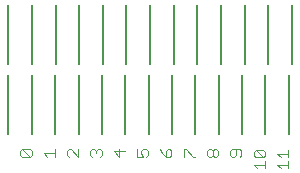
<source format=gtl>
G75*
%MOIN*%
%OFA0B0*%
%FSLAX25Y25*%
%IPPOS*%
%LPD*%
%AMOC8*
5,1,8,0,0,1.08239X$1,22.5*
%
%ADD10C,0.00300*%
%ADD11C,0.00800*%
D10*

X0006038Y0007038D02*
X0005421Y0007655D01*
X0005421Y0008889D01*
X0006038Y0009507D01*
X0008507Y0007038D01*
X0009124Y0007655D01*
X0009124Y0008889D01*
X0008507Y0009507D01*
X0006038Y0009507D01*
X0006038Y0007038D02*
X0008507Y0007038D01*
X0013196Y0008272D02*
X0016900Y0008272D01*
X0016900Y0007038D02*
X0016900Y0009507D01*
X0014431Y0007038D02*
X0013196Y0008272D01*
X0020972Y0007655D02*
X0021589Y0007038D01*
X0020972Y0007655D02*
X0020972Y0008889D01*
X0021589Y0009507D01*
X0022206Y0009507D01*
X0024675Y0007038D01*
X0024675Y0009507D01*
X0028748Y0008889D02*
X0028748Y0007655D01*
X0029365Y0007038D01*
X0031834Y0007038D02*
X0032451Y0007655D01*
X0032451Y0008889D01*
X0031834Y0009507D01*
X0031216Y0009507D01*
X0030599Y0008889D01*
X0030599Y0008272D01*
X0030599Y0008889D02*
X0029982Y0009507D01*
X0029365Y0009507D01*
X0028748Y0008889D01*
X0036523Y0008889D02*
X0038375Y0007038D01*
X0038375Y0009507D01*
X0040226Y0008889D02*
X0036523Y0008889D01*
X0044299Y0009507D02*
X0044299Y0007038D01*
X0046150Y0007038D01*
X0045533Y0008272D01*
X0045533Y0008889D01*
X0046150Y0009507D01*
X0047385Y0009507D01*
X0048002Y0008889D01*
X0048002Y0007655D01*
X0047385Y0007038D01*
X0052074Y0009507D02*
X0052692Y0008272D01*
X0053926Y0007038D01*
X0053926Y0008889D01*
X0054543Y0009507D01*
X0055160Y0009507D01*
X0055778Y0008889D01*
X0055778Y0007655D01*
X0055160Y0007038D01*
X0053926Y0007038D01*
X0059850Y0007038D02*
X0059850Y0009507D01*
X0060467Y0009507D01*
X0062936Y0007038D01*
X0063553Y0007038D01*
X0067626Y0007655D02*
X0068243Y0007038D01*
X0068860Y0007038D01*
X0069477Y0007655D01*
X0069477Y0008889D01*
X0070094Y0009507D01*
X0070712Y0009507D01*
X0071329Y0008889D01*
X0071329Y0007655D01*
X0070712Y0007038D01*
X0070094Y0007038D01*
X0069477Y0007655D01*
X0067626Y0007655D02*
X0067626Y0008889D01*
X0068243Y0009507D01*
X0068860Y0009507D01*
X0069477Y0008889D01*
X0075401Y0008889D02*
X0075401Y0007655D01*
X0076018Y0007038D01*
X0076636Y0007038D01*
X0077253Y0007655D01*
X0077253Y0009507D01*
X0078487Y0009507D02*
X0076018Y0009507D01*
X0075401Y0008889D01*
X0078487Y0009507D02*
X0079104Y0008889D01*
X0079104Y0007655D01*
X0078487Y0007038D01*
X0083177Y0007450D02*
X0083794Y0006833D01*
X0086263Y0006833D01*
X0083794Y0009302D01*
X0086263Y0009302D01*
X0086880Y0008685D01*
X0086880Y0007450D01*
X0086263Y0006833D01*
X0086880Y0005619D02*
X0086880Y0003150D01*
X0086880Y0004384D02*
X0083177Y0004384D01*
X0084411Y0003150D01*
X0090952Y0004384D02*
X0094656Y0004384D01*
X0094656Y0003150D02*
X0094656Y0005619D01*
X0094656Y0006833D02*
X0094656Y0009302D01*
X0094656Y0008068D02*
X0090952Y0008068D01*
X0092187Y0006833D01*
X0090952Y0004384D02*
X0092187Y0003150D01*
X0083177Y0007450D02*
X0083177Y0008685D01*
X0083794Y0009302D01*


D11*

X0094806Y0014713D02*
X0094806Y0034398D01*

X0087030Y0014713D02*
X0087030Y0034398D01*

X0079254Y0034398D02*
X0079254Y0014713D01*

X0071479Y0014713D02*
X0071479Y0034398D01*

X0063703Y0034398D02*
X0063703Y0014713D01*

X0055928Y0014713D02*
X0055928Y0034398D01*

X0048152Y0034398D02*
X0048152Y0014713D01*

X0040376Y0014713D02*
X0040376Y0034398D01*

X0032601Y0034398D02*
X0032601Y0014713D01*

X0024825Y0014713D02*
X0024825Y0034398D01*

X0017050Y0034398D02*
X0017050Y0014713D01*

X0009274Y0014713D02*
X0009274Y0034398D01*

X0001400Y0034398D02*
X0001400Y0014713D01*




X0001400Y0057675D02*
X0001400Y0037990D01*

X0009274Y0037990D02*
X0009274Y0057675D01*

X0017148Y0057675D02*
X0017148Y0037990D01*

X0025022Y0037990D02*
X0025022Y0057675D01*

X0032896Y0057675D02*
X0032896Y0037990D01*

X0040770Y0037990D02*
X0040770Y0057675D01*

X0048644Y0057675D02*
X0048644Y0037990D01*

X0056518Y0037990D02*
X0056518Y0057675D01*

X0064392Y0057675D02*
X0064392Y0037990D01*

X0072266Y0037990D02*
X0072266Y0057675D01*

X0080140Y0057675D02*
X0080140Y0037990D01*

X0088014Y0037990D02*
X0088014Y0057675D01*

X0095888Y0037990D02*
X0095888Y0057675D01*
M02*

</source>
